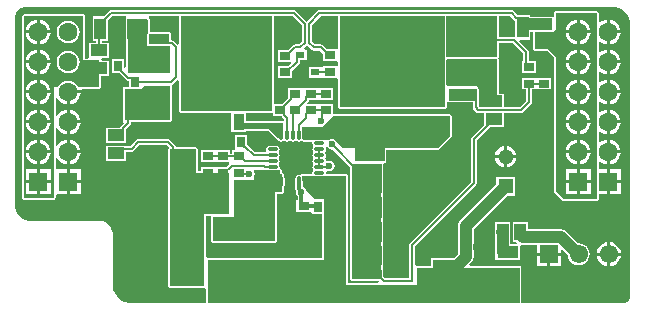
<source format=gtl>
G04*
G04 #@! TF.GenerationSoftware,Altium Limited,Altium Designer,19.0.15 (446)*
G04*
G04 Layer_Physical_Order=1*
G04 Layer_Color=255*
%FSLAX25Y25*%
%MOIN*%
G70*
G01*
G75*
%ADD12C,0.00787*%
%ADD14C,0.00591*%
%ADD15R,0.07087X0.03937*%
%ADD16R,0.10000X0.10512*%
%ADD17R,0.05000X0.03000*%
%ADD18R,0.03268X0.02480*%
G04:AMPARAMS|DCode=19|XSize=125.98mil|YSize=68.9mil|CornerRadius=2.07mil|HoleSize=0mil|Usage=FLASHONLY|Rotation=90.000|XOffset=0mil|YOffset=0mil|HoleType=Round|Shape=RoundedRectangle|*
%AMROUNDEDRECTD19*
21,1,0.12598,0.06476,0,0,90.0*
21,1,0.12185,0.06890,0,0,90.0*
1,1,0.00413,0.03238,0.06093*
1,1,0.00413,0.03238,-0.06093*
1,1,0.00413,-0.03238,-0.06093*
1,1,0.00413,-0.03238,0.06093*
%
%ADD19ROUNDEDRECTD19*%
G04:AMPARAMS|DCode=20|XSize=35.43mil|YSize=68.9mil|CornerRadius=1.95mil|HoleSize=0mil|Usage=FLASHONLY|Rotation=90.000|XOffset=0mil|YOffset=0mil|HoleType=Round|Shape=RoundedRectangle|*
%AMROUNDEDRECTD20*
21,1,0.03543,0.06500,0,0,90.0*
21,1,0.03154,0.06890,0,0,90.0*
1,1,0.00390,0.03250,0.01577*
1,1,0.00390,0.03250,-0.01577*
1,1,0.00390,-0.03250,-0.01577*
1,1,0.00390,-0.03250,0.01577*
%
%ADD20ROUNDEDRECTD20*%
%ADD21R,0.03937X0.07087*%
%ADD22R,0.03543X0.03937*%
%ADD23R,0.02756X0.03543*%
%ADD24R,0.03543X0.02756*%
%ADD25R,0.09449X0.03937*%
%ADD26R,0.09449X0.12992*%
%ADD27R,0.16535X0.05512*%
%ADD28R,0.03740X0.06693*%
%ADD29R,0.06693X0.03740*%
%ADD30R,0.04528X0.05709*%
%ADD31R,0.03740X0.05315*%
%ADD32R,0.10512X0.10000*%
%ADD33R,0.03000X0.05000*%
%ADD34O,0.01102X0.03347*%
%ADD35O,0.03347X0.01102*%
%ADD36R,0.09646X0.09646*%
%ADD37R,0.03150X0.02362*%
%ADD38R,0.05472X0.03898*%
%ADD39R,0.03898X0.05472*%
%ADD71C,0.03937*%
%ADD72C,0.01181*%
%ADD73R,0.06102X0.06102*%
%ADD74C,0.06102*%
%ADD75C,0.06299*%
%ADD76R,0.06299X0.06299*%
%ADD77R,0.05118X0.05118*%
%ADD78C,0.05118*%
%ADD79C,0.02362*%
G36*
X268621Y233936D02*
X268937Y233725D01*
Y232648D01*
X268915Y232480D01*
X268937Y232313D01*
Y228363D01*
X268701Y228169D01*
X263435D01*
Y235217D01*
X267340D01*
X268621Y233936D01*
D02*
G37*
G36*
X303626Y238001D02*
X304515Y237633D01*
X305315Y237098D01*
X305996Y236418D01*
X306530Y235617D01*
X306899Y234728D01*
X307087Y233784D01*
Y233303D01*
Y141732D01*
Y141341D01*
X306787Y140617D01*
X306233Y140064D01*
X305510Y139764D01*
X271050D01*
Y151378D01*
X270863Y151830D01*
X270411Y152017D01*
X253854D01*
X253663Y152479D01*
X254364Y153181D01*
X254775Y153716D01*
X255032Y154338D01*
X255120Y155006D01*
Y164266D01*
X266249Y175394D01*
X268898D01*
Y181693D01*
X262598D01*
Y179044D01*
X250714Y167160D01*
X250304Y166625D01*
X250046Y166003D01*
X249958Y165335D01*
Y156075D01*
X248509Y154626D01*
X240978D01*
Y152017D01*
X236221D01*
X236149Y151988D01*
X235649Y152322D01*
Y158640D01*
X255828Y178818D01*
X256045Y179144D01*
X256122Y179528D01*
Y193856D01*
X260691Y198425D01*
X265138D01*
Y202894D01*
X270827D01*
X271211Y202971D01*
X271536Y203188D01*
X274332Y205983D01*
X274549Y206309D01*
X274626Y206693D01*
Y210827D01*
X275984D01*
Y210827D01*
X276220Y210827D01*
Y210827D01*
X280945D01*
Y214764D01*
X276220D01*
Y214764D01*
X275984Y214764D01*
Y214764D01*
X271260D01*
Y210827D01*
X272619D01*
Y207109D01*
X270411Y204901D01*
X265138D01*
Y209449D01*
X263435D01*
X263435Y221075D01*
X263343Y221296D01*
X263297Y221407D01*
X263435Y221738D01*
Y226162D01*
X268285D01*
X271634Y222813D01*
Y220276D01*
X271260D01*
Y216339D01*
X275984D01*
Y220276D01*
X273641D01*
Y223228D01*
X273565Y223612D01*
X273347Y223938D01*
X270385Y226900D01*
X270576Y227362D01*
X274055D01*
Y229899D01*
X274951D01*
Y224410D01*
X275139Y223957D01*
X275590Y223770D01*
X279544D01*
X281841Y221473D01*
Y176869D01*
X282028Y176417D01*
X284567Y173879D01*
X285019Y173691D01*
X296260D01*
X296712Y173879D01*
X296899Y174331D01*
Y175850D01*
X299500D01*
Y180000D01*
Y184150D01*
X296899D01*
Y186519D01*
X297399Y186765D01*
X297907Y186375D01*
X298917Y185957D01*
X299500Y185880D01*
Y190000D01*
Y194120D01*
X298917Y194043D01*
X297907Y193625D01*
X297399Y193235D01*
X296899Y193481D01*
Y196519D01*
X297399Y196765D01*
X297907Y196375D01*
X298917Y195957D01*
X299500Y195880D01*
Y200000D01*
Y204120D01*
X298917Y204043D01*
X297907Y203625D01*
X297399Y203235D01*
X296899Y203481D01*
Y206519D01*
X297399Y206765D01*
X297907Y206375D01*
X298917Y205957D01*
X299500Y205880D01*
Y210000D01*
Y214120D01*
X298917Y214043D01*
X297907Y213625D01*
X297399Y213235D01*
X296899Y213481D01*
Y216519D01*
X297399Y216765D01*
X297907Y216375D01*
X298917Y215957D01*
X299500Y215880D01*
Y220000D01*
Y224120D01*
X298917Y224043D01*
X297907Y223625D01*
X297399Y223235D01*
X296899Y223481D01*
Y226519D01*
X297399Y226765D01*
X297907Y226375D01*
X298917Y225957D01*
X299500Y225880D01*
Y230000D01*
Y234120D01*
X298917Y234043D01*
X297907Y233625D01*
X297399Y233235D01*
X296899Y233481D01*
Y236221D01*
X296712Y236672D01*
X296260Y236860D01*
X282480D01*
X282028Y236672D01*
X281841Y236221D01*
Y235039D01*
X278900D01*
X278583Y235081D01*
X278433Y235061D01*
X274055D01*
Y235630D01*
X270018D01*
X269921Y235649D01*
X269746D01*
X268465Y236930D01*
X268140Y237148D01*
X267756Y237224D01*
X203741D01*
X203357Y237148D01*
X203031Y236930D01*
X199503Y233402D01*
X195975Y236930D01*
X195650Y237148D01*
X195266Y237224D01*
X134232D01*
X133848Y237148D01*
X133523Y236930D01*
X131849Y235256D01*
X128150D01*
Y226988D01*
X129311D01*
Y226398D01*
X126988D01*
Y221612D01*
X126574Y221112D01*
X125639D01*
Y235236D01*
X125452Y235688D01*
X125000Y235875D01*
X105315D01*
X104863Y235688D01*
X104676Y235236D01*
Y174468D01*
X104863Y174016D01*
X105315Y173829D01*
X114764D01*
X115216Y174016D01*
X115610Y174410D01*
X115797Y174862D01*
Y175373D01*
X116297Y175850D01*
X119500D01*
Y180000D01*
Y184150D01*
X116297D01*
X115850Y184150D01*
X115797Y184627D01*
Y187998D01*
X116297Y188097D01*
X116375Y187907D01*
X117041Y187040D01*
X117907Y186375D01*
X118917Y185957D01*
X119500Y185880D01*
Y190000D01*
Y194120D01*
X118917Y194043D01*
X117907Y193625D01*
X117041Y192959D01*
X116375Y192093D01*
X116297Y191903D01*
X115797Y192002D01*
X115797Y197998D01*
X116297Y198097D01*
X116375Y197907D01*
X117041Y197040D01*
X117907Y196375D01*
X118917Y195957D01*
X119500Y195880D01*
Y200000D01*
Y204120D01*
X118917Y204043D01*
X117907Y203625D01*
X117041Y202959D01*
X116375Y202093D01*
X116297Y201903D01*
X115797Y202002D01*
Y207998D01*
X116297Y208097D01*
X116375Y207907D01*
X117041Y207041D01*
X117907Y206375D01*
X118917Y205957D01*
X119500Y205880D01*
Y210000D01*
X120000D01*
Y210500D01*
X124120D01*
X124107Y210599D01*
X124436Y210975D01*
X130315D01*
X130767Y211162D01*
X130954Y211614D01*
X130954Y215374D01*
X133642D01*
Y220453D01*
X131097D01*
X130862Y220887D01*
X131078Y221319D01*
X133642D01*
Y226398D01*
X131318D01*
Y226988D01*
X133268D01*
Y233837D01*
X134648Y235217D01*
X139173D01*
Y234369D01*
X139125Y234252D01*
Y218248D01*
X138625Y217981D01*
X138583Y218009D01*
Y219805D01*
X138602Y219902D01*
X138583Y219999D01*
Y220886D01*
X137695D01*
X137598Y220905D01*
X137502Y220886D01*
X134646D01*
Y216161D01*
X137163D01*
X139271Y214054D01*
X139596Y213837D01*
X139980Y213760D01*
X140157D01*
Y211722D01*
X138779D01*
X138328Y211535D01*
X138140Y211083D01*
Y200591D01*
X138328Y200139D01*
X138341Y200133D01*
X138459Y199543D01*
X137460Y198544D01*
X137242Y198219D01*
X137205Y198031D01*
X132500D01*
Y192953D01*
X139154D01*
Y196950D01*
X139173Y197047D01*
Y197419D01*
X140670Y198916D01*
X140888Y199242D01*
X140964Y199626D01*
Y199951D01*
X153937D01*
X154389Y200139D01*
X154576Y200591D01*
Y211699D01*
X154528Y211817D01*
Y211944D01*
X154715Y212459D01*
X155040Y212676D01*
X156341Y213977D01*
X156841Y213770D01*
Y203625D01*
X157028Y203173D01*
X157480Y202986D01*
X174311D01*
Y196673D01*
X178151D01*
X178248Y196654D01*
X178345Y196673D01*
X179232D01*
Y197018D01*
X186645D01*
X189509Y194154D01*
X189961Y193967D01*
X190038D01*
X190161Y193783D01*
X190539Y193531D01*
X190984Y193442D01*
X191430Y193531D01*
X191614Y193654D01*
X191969Y193743D01*
X192323Y193654D01*
X192507Y193531D01*
X192953Y193442D01*
X193398Y193531D01*
X193776Y193783D01*
X194098D01*
X194476Y193531D01*
X194921Y193442D01*
X195367Y193531D01*
X195551Y193654D01*
X195905Y193743D01*
X196260Y193654D01*
X196444Y193531D01*
X196890Y193442D01*
X197335Y193531D01*
X197342Y193535D01*
X197373Y193554D01*
X197868Y193642D01*
X197975Y193598D01*
X198117Y193498D01*
X198136Y193482D01*
X198231Y193492D01*
X198320Y193455D01*
X198793D01*
X198858Y193442D01*
X198924Y193455D01*
X200761D01*
X200827Y193442D01*
X200892Y193455D01*
X201019D01*
X201411Y192955D01*
X201395Y192874D01*
X201484Y192429D01*
X201607Y192244D01*
X201696Y191890D01*
X201607Y191536D01*
X201484Y191351D01*
X201395Y190905D01*
X201484Y190460D01*
X201736Y190082D01*
Y189760D01*
X201484Y189383D01*
X201395Y188937D01*
X201484Y188491D01*
X201607Y188307D01*
X201696Y187953D01*
X201607Y187599D01*
X201484Y187414D01*
X201395Y186969D01*
X201484Y186523D01*
X201736Y186145D01*
Y185823D01*
X201484Y185445D01*
X201395Y185000D01*
X201484Y184555D01*
X201607Y184370D01*
X201696Y184016D01*
X201607Y183662D01*
X201484Y183477D01*
X201395Y183031D01*
X201109Y182683D01*
X198031D01*
X197580Y182496D01*
X197557Y182442D01*
X197335Y182375D01*
X196890Y182463D01*
X196444Y182375D01*
X196067Y182122D01*
X195814Y181745D01*
X195726Y181299D01*
Y180379D01*
X195686Y180177D01*
X195725Y179979D01*
Y177480D01*
X195725Y177480D01*
X195817Y177020D01*
X195866Y176945D01*
X195831Y176772D01*
X195969Y176080D01*
X196361Y175494D01*
X196434Y175446D01*
Y173937D01*
X196063D01*
Y170000D01*
X200787D01*
X201181Y169743D01*
Y169291D01*
X204672D01*
Y169291D01*
X204724D01*
Y156299D01*
X204672D01*
X204610Y156150D01*
X204527Y156068D01*
X204527Y155941D01*
X204479Y155823D01*
Y154675D01*
X166684D01*
X166494Y154596D01*
X165993Y154903D01*
Y168740D01*
X167456D01*
X167734Y168324D01*
X167727Y168307D01*
Y160433D01*
X167914Y159981D01*
X168366Y159794D01*
X188976D01*
X189428Y159981D01*
X189616Y160433D01*
Y176132D01*
X191245D01*
X191697Y176320D01*
X191884Y176772D01*
Y178220D01*
Y178347D01*
X192060Y178610D01*
X192148Y179055D01*
Y181299D01*
X192060Y181745D01*
X191884Y182007D01*
Y182134D01*
Y182539D01*
X191697Y182991D01*
X191245Y183179D01*
X191131D01*
Y183849D01*
X191044Y184059D01*
X190970Y184274D01*
X190952Y184282D01*
X190944Y184301D01*
X190734Y184388D01*
X190530Y184487D01*
X190415Y184995D01*
X190416Y185000D01*
X190328Y185445D01*
X190075Y185823D01*
Y186145D01*
X190328Y186523D01*
X190416Y186969D01*
X190328Y187414D01*
X190204Y187599D01*
X190115Y187953D01*
X190204Y188307D01*
X190328Y188491D01*
X190416Y188937D01*
X190328Y189383D01*
X190075Y189760D01*
Y190082D01*
X190328Y190460D01*
X190416Y190905D01*
X190328Y191351D01*
X190075Y191729D01*
X189698Y191981D01*
X189252Y192070D01*
X187008D01*
X186562Y191981D01*
X186185Y191729D01*
X185932Y191351D01*
X185844Y190905D01*
X185932Y190460D01*
X186012Y190340D01*
X185745Y189840D01*
X182225D01*
X179674Y192391D01*
X179528Y192489D01*
Y195591D01*
X175591D01*
Y190866D01*
X175334Y190472D01*
X174606D01*
Y189407D01*
X174016D01*
Y190472D01*
X169291D01*
Y190472D01*
X168898Y190472D01*
Y190472D01*
X164173D01*
Y186535D01*
X168898D01*
Y186535D01*
X169291Y186535D01*
Y186535D01*
X173505D01*
X173662Y186157D01*
X173671Y186035D01*
X172597Y184961D01*
X169291D01*
Y184961D01*
X168898Y184961D01*
Y184961D01*
X168791Y184961D01*
X164173D01*
Y184006D01*
X163818Y183654D01*
X163238Y183659D01*
X163238Y190945D01*
X163050Y191397D01*
X162598Y191584D01*
X155826D01*
Y191634D01*
X155750Y192018D01*
X155532Y192343D01*
X153859Y194017D01*
X153534Y194234D01*
X153150Y194311D01*
X143307D01*
X142923Y194234D01*
X142597Y194017D01*
X140687Y192106D01*
X137382D01*
X137285Y192087D01*
X132500D01*
Y187008D01*
X139154D01*
Y190099D01*
X141102D01*
X141486Y190175D01*
X141812Y190393D01*
X143723Y192304D01*
X152734D01*
X153511Y191527D01*
X153485Y191397D01*
X153298Y190945D01*
Y145276D01*
X153485Y144824D01*
X153937Y144636D01*
X165354D01*
X165544Y144715D01*
X166044Y144408D01*
Y139764D01*
X140166D01*
X139025Y139991D01*
X137951Y140436D01*
X136984Y141082D01*
X136161Y141905D01*
X135515Y142872D01*
X135070Y143947D01*
X134843Y145088D01*
Y145669D01*
Y162402D01*
X134820Y162863D01*
X134640Y163769D01*
X134286Y164621D01*
X133774Y165389D01*
X133121Y166042D01*
X132353Y166555D01*
X131500Y166908D01*
X130595Y167088D01*
X130133Y167111D01*
X106799D01*
X105848Y167300D01*
X104952Y167671D01*
X104146Y168210D01*
X103461Y168895D01*
X102922Y169701D01*
X102551Y170597D01*
X102362Y171547D01*
Y172032D01*
Y235236D01*
Y235527D01*
X102476Y236098D01*
X102698Y236635D01*
X103021Y237119D01*
X103433Y237530D01*
X103916Y237853D01*
X104454Y238075D01*
X105024Y238189D01*
X302682D01*
X303626Y238001D01*
D02*
G37*
G36*
X156841Y225994D02*
X156341Y225787D01*
X155218Y226910D01*
X154892Y227128D01*
X154508Y227204D01*
X154346D01*
Y229155D01*
X154285Y229462D01*
X154112Y229722D01*
X153852Y229895D01*
X153545Y229956D01*
X147293D01*
Y233944D01*
X147106Y234396D01*
X146784Y234717D01*
X146805Y234900D01*
X146938Y235217D01*
X156841D01*
Y225994D01*
D02*
G37*
G36*
X209991Y224368D02*
X209584Y224142D01*
X206279D01*
X204908Y225513D01*
X204583Y225730D01*
X204199Y225807D01*
X202255D01*
X201200Y226861D01*
Y232261D01*
X204156Y235217D01*
X209991D01*
Y224368D01*
D02*
G37*
G36*
X262795Y221738D02*
X246063D01*
Y235217D01*
X262795D01*
Y221738D01*
D02*
G37*
G36*
X197815Y232252D02*
Y226660D01*
X196962Y225807D01*
X195473D01*
X195088Y225730D01*
X194763Y225513D01*
X193266Y224016D01*
X189961D01*
Y220079D01*
X194133D01*
X194341Y219579D01*
X193266Y218504D01*
X189961D01*
Y214567D01*
X194685D01*
Y217085D01*
X196906Y219306D01*
X197124Y219631D01*
X197200Y220015D01*
Y220500D01*
X199543D01*
Y224043D01*
X198744D01*
X198537Y224543D01*
X199529Y225535D01*
X199674Y225549D01*
X201130Y224094D01*
X201455Y223876D01*
X201839Y223800D01*
X203783D01*
X204860Y222723D01*
Y220205D01*
X209584D01*
X209991Y219979D01*
Y218856D01*
X209584Y218630D01*
X209491Y218630D01*
X204860D01*
Y218630D01*
X204567Y218335D01*
X200236D01*
Y214791D01*
X204567D01*
X204567Y214791D01*
X204860Y214693D01*
Y214693D01*
X205026Y214693D01*
X209491D01*
X209584Y214693D01*
X209991Y214467D01*
Y204882D01*
X210178Y204430D01*
X210630Y204243D01*
X245472D01*
X245924Y204430D01*
X246112Y204882D01*
Y206496D01*
X254745D01*
Y204882D01*
X254821Y204498D01*
X255038Y204172D01*
X256023Y203188D01*
X256348Y202971D01*
X256732Y202894D01*
X258484D01*
Y199057D01*
X254409Y194981D01*
X254191Y194656D01*
X254115Y194272D01*
Y179943D01*
X233936Y159765D01*
X233718Y159439D01*
X233642Y159055D01*
Y147854D01*
X225612D01*
X225049Y148418D01*
Y150686D01*
X224977Y150858D01*
X224941Y151041D01*
X224918Y151076D01*
X224830Y151518D01*
X224918Y151960D01*
X224941Y151995D01*
X224977Y152178D01*
X225049Y152350D01*
Y158656D01*
X225010Y158749D01*
X225021Y158803D01*
X224908Y159370D01*
X225021Y159937D01*
X225010Y159991D01*
X225049Y160084D01*
Y166609D01*
X225010Y166701D01*
X225021Y166756D01*
X224908Y167323D01*
X225021Y167889D01*
X225010Y167944D01*
X225049Y168037D01*
Y174820D01*
X224977Y174992D01*
X224941Y175175D01*
X224918Y175210D01*
X224830Y175652D01*
X224918Y176093D01*
X224941Y176128D01*
X224977Y176311D01*
X225049Y176484D01*
Y185827D01*
X225021Y185894D01*
X225355Y186394D01*
X226063D01*
Y190699D01*
X243307Y190699D01*
X243759Y190887D01*
X247696Y194824D01*
X247883Y195276D01*
Y201969D01*
X247696Y202420D01*
X247244Y202608D01*
X208268D01*
Y205827D01*
X203543D01*
Y205827D01*
X203150D01*
Y205827D01*
X199883D01*
X199692Y206289D01*
X199950Y206546D01*
X200146Y206839D01*
X200214Y207185D01*
Y207402D01*
X203150D01*
Y207402D01*
X203543D01*
Y207402D01*
X208268D01*
Y211339D01*
X203543D01*
Y211339D01*
X203150D01*
Y211339D01*
X198499D01*
X198032Y211417D01*
X198031Y211417D01*
Y211417D01*
X193307D01*
Y208453D01*
X193290Y208366D01*
Y207874D01*
X191389Y205973D01*
X191291Y205827D01*
X188709D01*
Y235217D01*
X194850D01*
X197815Y232252D01*
D02*
G37*
G36*
X146653Y233944D02*
Y229838D01*
X146479Y229722D01*
X146305Y229462D01*
X146245Y229155D01*
Y226002D01*
X146305Y225695D01*
X146479Y225436D01*
X146739Y225262D01*
X147045Y225201D01*
X151654D01*
X151673Y225197D01*
X153937D01*
Y216356D01*
X139943D01*
X139764Y216535D01*
Y234252D01*
X146240D01*
X146293Y234305D01*
X146653Y233944D01*
D02*
G37*
G36*
X125000Y220472D02*
X130315Y220472D01*
X130315Y211614D01*
X123380D01*
X123267Y211886D01*
X122668Y212667D01*
X121886Y213267D01*
X120976Y213644D01*
X120000Y213772D01*
X119024Y213644D01*
X118114Y213267D01*
X117332Y212667D01*
X116733Y211886D01*
X116620Y211614D01*
X115157D01*
X115157Y174862D01*
X114764Y174468D01*
X105315D01*
Y235236D01*
X125000D01*
Y220472D01*
D02*
G37*
G36*
X153937Y211699D02*
Y200591D01*
X138779D01*
Y211083D01*
X140157D01*
Y211024D01*
X144095D01*
Y211083D01*
X144154D01*
X145164Y212093D01*
X153774D01*
X153937Y211699D01*
D02*
G37*
G36*
X262795Y221075D02*
X262795Y204941D01*
X257108D01*
X257067Y204982D01*
Y211083D01*
X256732Y211418D01*
Y211614D01*
X256536D01*
X256058Y212093D01*
X246569D01*
X246063Y212598D01*
Y220737D01*
X246417Y221090D01*
X262795Y221075D01*
D02*
G37*
G36*
X245424Y221738D02*
X245472Y221621D01*
Y220854D01*
X245424Y220737D01*
X245424Y220737D01*
X245424Y220737D01*
Y212598D01*
X245472Y212481D01*
Y204882D01*
X210630D01*
Y235217D01*
X245424D01*
Y221738D01*
D02*
G37*
G36*
X188070Y203625D02*
X157480D01*
Y235217D01*
X188070D01*
Y203625D01*
D02*
G37*
G36*
X188189Y202906D02*
Y201890D01*
X191291D01*
X191389Y201743D01*
X192050Y201083D01*
Y200583D01*
X191550Y200249D01*
X191509Y200265D01*
X179232D01*
Y202986D01*
X188070D01*
X188189Y202906D01*
D02*
G37*
G36*
X191509Y194658D02*
X191458Y194606D01*
X189961D01*
X186909Y197658D01*
X176181D01*
Y199626D01*
X191509D01*
Y194658D01*
D02*
G37*
G36*
X247244Y195276D02*
X243307Y191339D01*
X211417Y191339D01*
X209539Y193217D01*
X209151Y193797D01*
X208565Y194189D01*
X207874Y194326D01*
X207183Y194189D01*
X207042Y194095D01*
X198320D01*
X198052Y194595D01*
X198054Y194606D01*
Y196850D01*
X198031Y196963D01*
Y198425D01*
X204724D01*
X205028Y198729D01*
X205608Y199116D01*
X205995Y199696D01*
X208189Y201890D01*
X208268D01*
Y201969D01*
X247244D01*
Y195276D01*
D02*
G37*
G36*
X206413Y191517D02*
X206597Y191242D01*
X207183Y190851D01*
X207874Y190713D01*
X208197Y190778D01*
X213928Y185047D01*
Y147638D01*
X214115Y147186D01*
X214567Y146999D01*
X223432Y146999D01*
X223577Y146809D01*
X223329Y146309D01*
X213238D01*
Y154035D01*
Y182044D01*
X213050Y182496D01*
X212598Y182683D01*
X206253D01*
X205967Y183031D01*
X205896Y183388D01*
X206111Y183610D01*
X206302Y183718D01*
X206351Y183686D01*
X207042Y183548D01*
X207733Y183686D01*
X208319Y184077D01*
X208711Y184663D01*
X208848Y185354D01*
X208711Y186046D01*
X208319Y186632D01*
X207733Y187023D01*
X207042Y187161D01*
X206453Y187044D01*
X206192Y187128D01*
X205897Y187321D01*
X205879Y187414D01*
X205755Y187599D01*
X205667Y187953D01*
X205755Y188307D01*
X205879Y188491D01*
X205967Y188937D01*
X205879Y189383D01*
X205626Y189760D01*
Y190082D01*
X205879Y190460D01*
X205967Y190905D01*
X205879Y191351D01*
X205755Y191536D01*
X205752Y191549D01*
X205783Y191581D01*
X206413Y191517D01*
D02*
G37*
G36*
X296260Y230245D02*
X296228Y230000D01*
X296260Y229755D01*
Y220245D01*
X296228Y220000D01*
X296260Y219755D01*
Y210245D01*
X296228Y210000D01*
X296260Y209755D01*
Y200245D01*
X296228Y200000D01*
X296260Y199755D01*
Y190245D01*
X296228Y190000D01*
X296260Y189755D01*
Y174331D01*
X285019D01*
X282480Y176869D01*
Y221738D01*
X279809Y224410D01*
X275590D01*
Y229899D01*
X278563D01*
X279030Y229961D01*
X281909D01*
Y230413D01*
X282480Y230984D01*
Y236221D01*
X296260D01*
Y230245D01*
D02*
G37*
G36*
X186562Y183924D02*
X187008Y183836D01*
X189252D01*
X189587Y183903D01*
X190492Y183849D01*
Y182539D01*
X191245D01*
Y182007D01*
X191316Y181835D01*
X191353Y181652D01*
X191458Y181495D01*
X191509Y181236D01*
Y179118D01*
X191458Y178859D01*
X191353Y178702D01*
X191316Y178519D01*
X191245Y178347D01*
Y176772D01*
X188976D01*
Y160433D01*
X168366D01*
Y168307D01*
X175197D01*
Y180629D01*
X181850D01*
Y181786D01*
X181984Y181986D01*
X182121Y182677D01*
X181984Y183368D01*
X181859Y183555D01*
X181953Y184055D01*
X186367D01*
X186562Y183924D01*
D02*
G37*
G36*
X224409Y176484D02*
X224315Y176343D01*
X224178Y175652D01*
X224315Y174960D01*
X224409Y174820D01*
Y168037D01*
X224394Y168014D01*
X224257Y167323D01*
X224394Y166632D01*
X224409Y166609D01*
Y160084D01*
X224394Y160061D01*
X224257Y159370D01*
X224394Y158679D01*
X224409Y158656D01*
Y152350D01*
X224315Y152209D01*
X224178Y151518D01*
X224315Y150827D01*
X224409Y150686D01*
Y147638D01*
X214567Y147638D01*
Y185827D01*
X224409D01*
Y176484D01*
D02*
G37*
G36*
X162598Y183025D02*
X173622Y182933D01*
Y169606D01*
X165354D01*
Y145276D01*
X153937D01*
Y190945D01*
X162598D01*
X162598Y183025D01*
D02*
G37*
G36*
X201982Y182044D02*
X202114Y181956D01*
X202559Y181867D01*
X204803D01*
X205249Y181956D01*
X205380Y182044D01*
X212598D01*
Y154035D01*
D01*
Y145669D01*
X236221D01*
Y151378D01*
X270411D01*
Y139764D01*
X166684D01*
Y154035D01*
X205118D01*
Y155823D01*
X205176Y155847D01*
X205364Y156299D01*
Y169291D01*
X205176Y169743D01*
X205118Y169767D01*
Y173909D01*
X205118Y174016D01*
X205118Y174016D01*
X205118Y174409D01*
X204876D01*
X204868Y174409D01*
X202216D01*
X199342Y177283D01*
X199307Y177463D01*
X198915Y178049D01*
X198329Y178440D01*
X198150Y178476D01*
X198133Y178492D01*
Y180138D01*
X198133Y180138D01*
X198054Y180537D01*
Y181299D01*
X198031Y181412D01*
Y182044D01*
X201982D01*
D02*
G37*
%LPC*%
G36*
X300500Y234120D02*
Y230500D01*
X304120D01*
X304043Y231083D01*
X303625Y232093D01*
X302959Y232960D01*
X302093Y233625D01*
X301083Y234043D01*
X300500Y234120D01*
D02*
G37*
G36*
X304120Y229500D02*
X300500D01*
Y225880D01*
X301083Y225957D01*
X302093Y226375D01*
X302959Y227041D01*
X303625Y227907D01*
X304043Y228917D01*
X304120Y229500D01*
D02*
G37*
G36*
X300500Y224120D02*
Y220500D01*
X304120D01*
X304043Y221083D01*
X303625Y222093D01*
X302959Y222959D01*
X302093Y223625D01*
X301083Y224043D01*
X300500Y224120D01*
D02*
G37*
G36*
X304120Y219500D02*
X300500D01*
Y215880D01*
X301083Y215957D01*
X302093Y216375D01*
X302959Y217040D01*
X303625Y217907D01*
X304043Y218917D01*
X304120Y219500D01*
D02*
G37*
G36*
X300500Y214120D02*
Y210500D01*
X304120D01*
X304043Y211083D01*
X303625Y212093D01*
X302959Y212960D01*
X302093Y213625D01*
X301083Y214043D01*
X300500Y214120D01*
D02*
G37*
G36*
X304120Y209500D02*
X300500D01*
Y205880D01*
X301083Y205957D01*
X302093Y206375D01*
X302959Y207041D01*
X303625Y207907D01*
X304043Y208917D01*
X304120Y209500D01*
D02*
G37*
G36*
X124120D02*
X120500D01*
Y205880D01*
X121083Y205957D01*
X122093Y206375D01*
X122959Y207041D01*
X123625Y207907D01*
X124043Y208917D01*
X124120Y209500D01*
D02*
G37*
G36*
X300500Y204120D02*
Y200500D01*
X304120D01*
X304043Y201083D01*
X303625Y202093D01*
X302959Y202959D01*
X302093Y203625D01*
X301083Y204043D01*
X300500Y204120D01*
D02*
G37*
G36*
X120500D02*
Y200500D01*
X124120D01*
X124043Y201083D01*
X123625Y202093D01*
X122959Y202959D01*
X122093Y203625D01*
X121083Y204043D01*
X120500Y204120D01*
D02*
G37*
G36*
X304120Y199500D02*
X300500D01*
Y195880D01*
X301083Y195957D01*
X302093Y196375D01*
X302959Y197040D01*
X303625Y197907D01*
X304043Y198917D01*
X304120Y199500D01*
D02*
G37*
G36*
X124120D02*
X120500D01*
Y195880D01*
X121083Y195957D01*
X122093Y196375D01*
X122959Y197040D01*
X123625Y197907D01*
X124043Y198917D01*
X124120Y199500D01*
D02*
G37*
G36*
X300500Y194120D02*
Y190500D01*
X304120D01*
X304043Y191083D01*
X303625Y192093D01*
X302959Y192959D01*
X302093Y193625D01*
X301083Y194043D01*
X300500Y194120D01*
D02*
G37*
G36*
X120500D02*
Y190500D01*
X124120D01*
X124043Y191083D01*
X123625Y192093D01*
X122959Y192959D01*
X122093Y193625D01*
X121083Y194043D01*
X120500Y194120D01*
D02*
G37*
G36*
X266248Y191910D02*
Y188886D01*
X269272D01*
X269215Y189315D01*
X268857Y190181D01*
X268286Y190924D01*
X267543Y191495D01*
X266677Y191853D01*
X266248Y191910D01*
D02*
G37*
G36*
X265248D02*
X264819Y191853D01*
X263953Y191495D01*
X263210Y190924D01*
X262639Y190181D01*
X262281Y189315D01*
X262224Y188886D01*
X265248D01*
Y191910D01*
D02*
G37*
G36*
X304120Y189500D02*
X300500D01*
Y185880D01*
X301083Y185957D01*
X302093Y186375D01*
X302959Y187040D01*
X303625Y187907D01*
X304043Y188917D01*
X304120Y189500D01*
D02*
G37*
G36*
X124120D02*
X120500D01*
Y185880D01*
X121083Y185957D01*
X122093Y186375D01*
X122959Y187040D01*
X123625Y187907D01*
X124043Y188917D01*
X124120Y189500D01*
D02*
G37*
G36*
X269272Y187886D02*
X266248D01*
Y184862D01*
X266677Y184918D01*
X267543Y185277D01*
X268286Y185847D01*
X268857Y186591D01*
X269215Y187457D01*
X269272Y187886D01*
D02*
G37*
G36*
X265248D02*
X262224D01*
X262281Y187457D01*
X262639Y186591D01*
X263210Y185847D01*
X263953Y185277D01*
X264819Y184918D01*
X265248Y184862D01*
Y187886D01*
D02*
G37*
G36*
X304150Y184150D02*
X300500D01*
Y180500D01*
X304150D01*
Y184150D01*
D02*
G37*
G36*
X120500D02*
Y180500D01*
X124150D01*
Y184150D01*
X120500D01*
D02*
G37*
G36*
X304150Y179500D02*
X300500D01*
Y175850D01*
X304150D01*
Y179500D01*
D02*
G37*
G36*
X124150D02*
X120500D01*
Y175850D01*
X124150D01*
Y179500D01*
D02*
G37*
G36*
X273228Y166614D02*
X268150D01*
Y163605D01*
X268108Y163287D01*
Y162539D01*
X268150Y162222D01*
Y159961D01*
X269406D01*
X269572Y159752D01*
X269332Y159252D01*
X267345D01*
Y163268D01*
X267284Y163734D01*
Y166614D01*
X262205D01*
Y163794D01*
X262143Y163327D01*
X262183Y163028D01*
Y156890D01*
X262271Y156222D01*
X262402Y155905D01*
Y154134D01*
X264793D01*
X264961Y154112D01*
X266535D01*
X266703Y154134D01*
X270669D01*
Y158694D01*
X270731Y158790D01*
X271169Y159092D01*
X271614Y159033D01*
X276106D01*
Y156405D01*
X284209D01*
Y157272D01*
X284671Y157464D01*
X286523Y155611D01*
X286610Y154955D01*
X286976Y154069D01*
X287560Y153308D01*
X288321Y152725D01*
X289207Y152357D01*
X290158Y152232D01*
X291108Y152357D01*
X291994Y152725D01*
X292755Y153308D01*
X293338Y154069D01*
X293706Y154955D01*
X293831Y155905D01*
X293706Y156856D01*
X293338Y157742D01*
X292755Y158503D01*
X291994Y159087D01*
X291108Y159453D01*
X290158Y159579D01*
X289891Y159544D01*
X285995Y163439D01*
X285461Y163849D01*
X284838Y164107D01*
X284170Y164195D01*
X273228D01*
Y166614D01*
D02*
G37*
G36*
X300658Y159926D02*
Y156405D01*
X304178D01*
X304104Y156963D01*
X303696Y157949D01*
X303047Y158795D01*
X302201Y159444D01*
X301215Y159852D01*
X300658Y159926D01*
D02*
G37*
G36*
X299658D02*
X299100Y159852D01*
X298114Y159444D01*
X297268Y158795D01*
X296619Y157949D01*
X296211Y156963D01*
X296137Y156405D01*
X299658D01*
Y159926D01*
D02*
G37*
G36*
X304178Y155405D02*
X300658D01*
Y151885D01*
X301215Y151959D01*
X302201Y152367D01*
X303047Y153016D01*
X303696Y153862D01*
X304104Y154848D01*
X304178Y155405D01*
D02*
G37*
G36*
X299658D02*
X296137D01*
X296211Y154848D01*
X296619Y153862D01*
X297268Y153016D01*
X298114Y152367D01*
X299100Y151959D01*
X299658Y151885D01*
Y155405D01*
D02*
G37*
G36*
X284209D02*
X280658D01*
Y151854D01*
X284209D01*
Y155405D01*
D02*
G37*
G36*
X279658D02*
X276106D01*
Y151854D01*
X279658D01*
Y155405D01*
D02*
G37*
G36*
X110500Y234120D02*
Y230500D01*
X114120D01*
X114043Y231083D01*
X113625Y232093D01*
X112960Y232960D01*
X112093Y233625D01*
X111083Y234043D01*
X110500Y234120D01*
D02*
G37*
G36*
X109500D02*
X108917Y234043D01*
X107907Y233625D01*
X107041Y232960D01*
X106375Y232093D01*
X105957Y231083D01*
X105880Y230500D01*
X109500D01*
Y234120D01*
D02*
G37*
G36*
X120000Y233772D02*
X119024Y233644D01*
X118114Y233267D01*
X117332Y232667D01*
X116733Y231886D01*
X116356Y230976D01*
X116228Y230000D01*
X116356Y229024D01*
X116733Y228114D01*
X117332Y227332D01*
X118114Y226733D01*
X119024Y226356D01*
X120000Y226228D01*
X120976Y226356D01*
X121886Y226733D01*
X122668Y227332D01*
X123267Y228114D01*
X123644Y229024D01*
X123772Y230000D01*
X123644Y230976D01*
X123267Y231886D01*
X122668Y232667D01*
X121886Y233267D01*
X120976Y233644D01*
X120000Y233772D01*
D02*
G37*
G36*
X114120Y229500D02*
X110500D01*
Y225880D01*
X111083Y225957D01*
X112093Y226375D01*
X112960Y227041D01*
X113625Y227907D01*
X114043Y228917D01*
X114120Y229500D01*
D02*
G37*
G36*
X109500D02*
X105880D01*
X105957Y228917D01*
X106375Y227907D01*
X107041Y227041D01*
X107907Y226375D01*
X108917Y225957D01*
X109500Y225880D01*
Y229500D01*
D02*
G37*
G36*
X110500Y224120D02*
Y220500D01*
X114120D01*
X114043Y221083D01*
X113625Y222093D01*
X112960Y222959D01*
X112093Y223625D01*
X111083Y224043D01*
X110500Y224120D01*
D02*
G37*
G36*
X109500D02*
X108917Y224043D01*
X107907Y223625D01*
X107041Y222959D01*
X106375Y222093D01*
X105957Y221083D01*
X105880Y220500D01*
X109500D01*
Y224120D01*
D02*
G37*
G36*
X120000Y223772D02*
X119024Y223644D01*
X118114Y223267D01*
X117332Y222668D01*
X116733Y221886D01*
X116356Y220976D01*
X116228Y220000D01*
X116356Y219024D01*
X116733Y218114D01*
X117332Y217333D01*
X118114Y216733D01*
X119024Y216356D01*
X120000Y216228D01*
X120976Y216356D01*
X121886Y216733D01*
X122668Y217333D01*
X123267Y218114D01*
X123644Y219024D01*
X123772Y220000D01*
X123644Y220976D01*
X123267Y221886D01*
X122668Y222668D01*
X121886Y223267D01*
X120976Y223644D01*
X120000Y223772D01*
D02*
G37*
G36*
X114120Y219500D02*
X110500D01*
Y215880D01*
X111083Y215957D01*
X112093Y216375D01*
X112960Y217040D01*
X113625Y217907D01*
X114043Y218917D01*
X114120Y219500D01*
D02*
G37*
G36*
X109500D02*
X105880D01*
X105957Y218917D01*
X106375Y217907D01*
X107041Y217040D01*
X107907Y216375D01*
X108917Y215957D01*
X109500Y215880D01*
Y219500D01*
D02*
G37*
G36*
X110500Y214120D02*
Y210500D01*
X114120D01*
X114043Y211083D01*
X113625Y212093D01*
X112960Y212960D01*
X112093Y213625D01*
X111083Y214043D01*
X110500Y214120D01*
D02*
G37*
G36*
X109500D02*
X108917Y214043D01*
X107907Y213625D01*
X107041Y212960D01*
X106375Y212093D01*
X105957Y211083D01*
X105880Y210500D01*
X109500D01*
Y214120D01*
D02*
G37*
G36*
X114120Y209500D02*
X110500D01*
Y205880D01*
X111083Y205957D01*
X112093Y206375D01*
X112960Y207041D01*
X113625Y207907D01*
X114043Y208917D01*
X114120Y209500D01*
D02*
G37*
G36*
X109500D02*
X105880D01*
X105957Y208917D01*
X106375Y207907D01*
X107041Y207041D01*
X107907Y206375D01*
X108917Y205957D01*
X109500Y205880D01*
Y209500D01*
D02*
G37*
G36*
X110500Y204120D02*
Y200500D01*
X114120D01*
X114043Y201083D01*
X113625Y202093D01*
X112960Y202959D01*
X112093Y203625D01*
X111083Y204043D01*
X110500Y204120D01*
D02*
G37*
G36*
X109500D02*
X108917Y204043D01*
X107907Y203625D01*
X107041Y202959D01*
X106375Y202093D01*
X105957Y201083D01*
X105880Y200500D01*
X109500D01*
Y204120D01*
D02*
G37*
G36*
X114120Y199500D02*
X110500D01*
Y195880D01*
X111083Y195957D01*
X112093Y196375D01*
X112960Y197040D01*
X113625Y197907D01*
X114043Y198917D01*
X114120Y199500D01*
D02*
G37*
G36*
X109500D02*
X105880D01*
X105957Y198917D01*
X106375Y197907D01*
X107041Y197040D01*
X107907Y196375D01*
X108917Y195957D01*
X109500Y195880D01*
Y199500D01*
D02*
G37*
G36*
X110500Y194120D02*
Y190500D01*
X114120D01*
X114043Y191083D01*
X113625Y192093D01*
X112960Y192959D01*
X112093Y193625D01*
X111083Y194043D01*
X110500Y194120D01*
D02*
G37*
G36*
X109500D02*
X108917Y194043D01*
X107907Y193625D01*
X107041Y192959D01*
X106375Y192093D01*
X105957Y191083D01*
X105880Y190500D01*
X109500D01*
Y194120D01*
D02*
G37*
G36*
X114120Y189500D02*
X110500D01*
Y185880D01*
X111083Y185957D01*
X112093Y186375D01*
X112960Y187040D01*
X113625Y187907D01*
X114043Y188917D01*
X114120Y189500D01*
D02*
G37*
G36*
X109500D02*
X105880D01*
X105957Y188917D01*
X106375Y187907D01*
X107041Y187040D01*
X107907Y186375D01*
X108917Y185957D01*
X109500Y185880D01*
Y189500D01*
D02*
G37*
G36*
X114150Y184150D02*
X110500D01*
Y180500D01*
X114150D01*
Y184150D01*
D02*
G37*
G36*
X109500D02*
X105850D01*
Y180500D01*
X109500D01*
Y184150D01*
D02*
G37*
G36*
X114150Y179500D02*
X110500D01*
Y175850D01*
X114150D01*
Y179500D01*
D02*
G37*
G36*
X109500D02*
X105850D01*
Y175850D01*
X109500D01*
Y179500D01*
D02*
G37*
G36*
X290500Y234120D02*
Y230500D01*
X294120D01*
X294043Y231083D01*
X293625Y232093D01*
X292959Y232960D01*
X292093Y233625D01*
X291083Y234043D01*
X290500Y234120D01*
D02*
G37*
G36*
X289500D02*
X288917Y234043D01*
X287907Y233625D01*
X287040Y232960D01*
X286375Y232093D01*
X285957Y231083D01*
X285880Y230500D01*
X289500D01*
Y234120D01*
D02*
G37*
G36*
X294120Y229500D02*
X290500D01*
Y225880D01*
X291083Y225957D01*
X292093Y226375D01*
X292959Y227041D01*
X293625Y227907D01*
X294043Y228917D01*
X294120Y229500D01*
D02*
G37*
G36*
X289500D02*
X285880D01*
X285957Y228917D01*
X286375Y227907D01*
X287040Y227041D01*
X287907Y226375D01*
X288917Y225957D01*
X289500Y225880D01*
Y229500D01*
D02*
G37*
G36*
X290500Y224120D02*
Y220500D01*
X294120D01*
X294043Y221083D01*
X293625Y222093D01*
X292959Y222959D01*
X292093Y223625D01*
X291083Y224043D01*
X290500Y224120D01*
D02*
G37*
G36*
X289500D02*
X288917Y224043D01*
X287907Y223625D01*
X287040Y222959D01*
X286375Y222093D01*
X285957Y221083D01*
X285880Y220500D01*
X289500D01*
Y224120D01*
D02*
G37*
G36*
X294120Y219500D02*
X290500D01*
Y215880D01*
X291083Y215957D01*
X292093Y216375D01*
X292959Y217040D01*
X293625Y217907D01*
X294043Y218917D01*
X294120Y219500D01*
D02*
G37*
G36*
X289500D02*
X285880D01*
X285957Y218917D01*
X286375Y217907D01*
X287040Y217040D01*
X287907Y216375D01*
X288917Y215957D01*
X289500Y215880D01*
Y219500D01*
D02*
G37*
G36*
X290500Y214120D02*
Y210500D01*
X294120D01*
X294043Y211083D01*
X293625Y212093D01*
X292959Y212960D01*
X292093Y213625D01*
X291083Y214043D01*
X290500Y214120D01*
D02*
G37*
G36*
X289500D02*
X288917Y214043D01*
X287907Y213625D01*
X287040Y212960D01*
X286375Y212093D01*
X285957Y211083D01*
X285880Y210500D01*
X289500D01*
Y214120D01*
D02*
G37*
G36*
X294120Y209500D02*
X290500D01*
Y205880D01*
X291083Y205957D01*
X292093Y206375D01*
X292959Y207041D01*
X293625Y207907D01*
X294043Y208917D01*
X294120Y209500D01*
D02*
G37*
G36*
X289500D02*
X285880D01*
X285957Y208917D01*
X286375Y207907D01*
X287040Y207041D01*
X287907Y206375D01*
X288917Y205957D01*
X289500Y205880D01*
Y209500D01*
D02*
G37*
G36*
X290500Y204120D02*
Y200500D01*
X294120D01*
X294043Y201083D01*
X293625Y202093D01*
X292959Y202959D01*
X292093Y203625D01*
X291083Y204043D01*
X290500Y204120D01*
D02*
G37*
G36*
X289500D02*
X288917Y204043D01*
X287907Y203625D01*
X287040Y202959D01*
X286375Y202093D01*
X285957Y201083D01*
X285880Y200500D01*
X289500D01*
Y204120D01*
D02*
G37*
G36*
X294120Y199500D02*
X290500D01*
Y195880D01*
X291083Y195957D01*
X292093Y196375D01*
X292959Y197040D01*
X293625Y197907D01*
X294043Y198917D01*
X294120Y199500D01*
D02*
G37*
G36*
X289500D02*
X285880D01*
X285957Y198917D01*
X286375Y197907D01*
X287040Y197040D01*
X287907Y196375D01*
X288917Y195957D01*
X289500Y195880D01*
Y199500D01*
D02*
G37*
G36*
X290500Y194120D02*
Y190500D01*
X294120D01*
X294043Y191083D01*
X293625Y192093D01*
X292959Y192959D01*
X292093Y193625D01*
X291083Y194043D01*
X290500Y194120D01*
D02*
G37*
G36*
X289500D02*
X288917Y194043D01*
X287907Y193625D01*
X287040Y192959D01*
X286375Y192093D01*
X285957Y191083D01*
X285880Y190500D01*
X289500D01*
Y194120D01*
D02*
G37*
G36*
X294120Y189500D02*
X290500D01*
Y185880D01*
X291083Y185957D01*
X292093Y186375D01*
X292959Y187040D01*
X293625Y187907D01*
X294043Y188917D01*
X294120Y189500D01*
D02*
G37*
G36*
X289500D02*
X285880D01*
X285957Y188917D01*
X286375Y187907D01*
X287040Y187040D01*
X287907Y186375D01*
X288917Y185957D01*
X289500Y185880D01*
Y189500D01*
D02*
G37*
G36*
X294150Y184150D02*
X290500D01*
Y180500D01*
X294150D01*
Y184150D01*
D02*
G37*
G36*
X289500D02*
X285850D01*
Y180500D01*
X289500D01*
Y184150D01*
D02*
G37*
G36*
X294150Y179500D02*
X290500D01*
Y175850D01*
X294150D01*
Y179500D01*
D02*
G37*
G36*
X289500D02*
X285850D01*
Y175850D01*
X289500D01*
Y179500D01*
D02*
G37*
%LPD*%
D12*
X234646Y159055D02*
X255118Y179528D01*
X234646Y146850D02*
Y159055D01*
X225197Y146850D02*
X234646D01*
X255118Y194272D02*
X261811Y200965D01*
X255118Y179528D02*
Y194272D01*
X223425Y148622D02*
X225197Y146850D01*
X255748Y204882D02*
X256732Y203898D01*
X255748Y204882D02*
Y207480D01*
X220374Y148622D02*
X223425D01*
X218898Y150098D02*
X220374Y148622D01*
X218898Y150098D02*
Y151575D01*
X207874Y192520D02*
X216303Y184091D01*
X219366D01*
X220472Y182985D01*
X195266Y236221D02*
X198819Y232667D01*
X134232Y236221D02*
X195266D01*
X130709Y232697D02*
X134232Y236221D01*
X200787Y209370D02*
X205906D01*
X176772Y199134D02*
X178248Y197658D01*
X176772Y199134D02*
Y199921D01*
X207124Y216563D02*
X207222Y216661D01*
X202402Y216563D02*
X207124D01*
X196984Y222272D02*
X197378D01*
X196196Y221484D02*
X196984Y222272D01*
X196196Y220015D02*
Y221484D01*
X192717Y216535D02*
X196196Y220015D01*
X192323Y216535D02*
X192717D01*
X267756Y236221D02*
X269331Y234646D01*
X269921D01*
X271496Y233071D01*
Y232480D02*
Y233071D01*
X203741Y236221D02*
X267756D01*
X200197Y232677D02*
X203741Y236221D01*
X200197Y226446D02*
Y232677D01*
Y226446D02*
X201839Y224803D01*
X204199D01*
X206828Y222173D01*
X207222D01*
X198819Y226244D02*
Y232667D01*
X197378Y224803D02*
X198819Y226244D01*
X195473Y224803D02*
X197378D01*
X192717Y222047D02*
X195473Y224803D01*
X192323Y222047D02*
X192717D01*
X273622Y206693D02*
Y212795D01*
X270827Y203898D02*
X273622Y206693D01*
X256732Y203898D02*
X270827D01*
X254173Y209055D02*
X255748Y207480D01*
X251417Y209055D02*
X254173D01*
X278583Y212795D02*
X278583Y212795D01*
X273622Y212795D02*
X278583D01*
X272638Y219291D02*
Y223228D01*
X268701Y227165D02*
X272638Y223228D01*
X260866Y227165D02*
X268701D01*
X272638Y219291D02*
X273622Y218307D01*
X192323Y216535D02*
X192323Y216535D01*
X192290Y222015D02*
X192323Y222047D01*
X130709Y231122D02*
Y232697D01*
X130315Y230728D02*
X130709Y231122D01*
X130315Y223858D02*
Y230728D01*
X153150Y193307D02*
X154823Y191634D01*
Y188799D02*
Y191634D01*
Y188799D02*
X156299Y187323D01*
X143307Y193307D02*
X153150D01*
X141102Y191102D02*
X143307Y193307D01*
X137382Y191102D02*
X141102D01*
X135827Y189547D02*
X137382Y191102D01*
X139961Y201398D02*
X141339Y202776D01*
X139961Y199626D02*
Y201398D01*
X138169Y197835D02*
X139961Y199626D01*
X138169Y197047D02*
Y197835D01*
X136614Y195492D02*
X138169Y197047D01*
X135827Y195492D02*
X136614D01*
X154508Y226201D02*
X155905Y224803D01*
X151673Y226201D02*
X154508D01*
X150295Y227579D02*
X151673Y226201D01*
X155905Y214961D02*
Y224803D01*
X154331Y213386D02*
X155905Y214961D01*
X142126Y213386D02*
X154331D01*
X142126D02*
Y213779D01*
X141142Y214764D02*
X142126Y213779D01*
X139980Y214764D02*
X141142D01*
X136614Y218130D02*
X139980Y214764D01*
X136614Y218130D02*
Y218524D01*
Y218917D01*
X137598Y219902D01*
X136614Y213386D02*
X136614Y213386D01*
X204331Y200394D02*
X204528Y200591D01*
Y203661D01*
X204724Y203858D01*
X207874Y192520D02*
Y192520D01*
X177284Y182677D02*
X180315D01*
X176969Y182992D02*
X177284Y182677D01*
X174409Y185354D02*
X185118D01*
X188070Y185060D02*
X188130Y185000D01*
X185118Y185354D02*
X185412Y185060D01*
X188070D01*
X172047Y182992D02*
X174409Y185354D01*
X171653Y182992D02*
X172047D01*
D14*
X203681Y185000D02*
X206688D01*
X207042Y185354D01*
X197638Y175591D02*
Y176772D01*
X200787Y203858D02*
X204724D01*
X178898Y186969D02*
X188130D01*
X177362Y188504D02*
X178898Y186969D01*
X181850Y188937D02*
X188130D01*
X179035Y191752D02*
X181850Y188937D01*
X195276Y209449D02*
X195669D01*
X194193Y208366D02*
X195276Y209449D01*
X194193Y207500D02*
Y208366D01*
X192028Y205335D02*
X194193Y207500D01*
X192028Y204941D02*
Y205335D01*
X190945Y203858D02*
X192028Y204941D01*
X190551Y203858D02*
X190945D01*
X200394Y209370D02*
X200787D01*
X199311Y208287D02*
X200394Y209370D01*
X199311Y207185D02*
Y208287D01*
X196063Y203937D02*
X199311Y207185D01*
X195669Y203937D02*
X196063D01*
X194921Y203189D02*
X195669Y203937D01*
X194921Y195728D02*
Y203189D01*
X192953Y195728D02*
Y201457D01*
X192028Y202382D02*
X192953Y201457D01*
X192028Y202382D02*
Y202776D01*
X190945Y203858D02*
X192028Y202776D01*
X196890Y198858D02*
X199311Y201279D01*
Y202776D01*
X200394Y203858D01*
X200787D01*
X196890Y195728D02*
Y198858D01*
X190984Y192874D02*
X192953Y190905D01*
X188130Y192874D02*
X190984D01*
X178642Y191752D02*
X179035D01*
X177559Y192835D02*
X178642Y191752D01*
X177559Y192835D02*
Y193228D01*
X171653Y188504D02*
X177362D01*
X166535D02*
X171653D01*
X166535Y188504D02*
X166535Y188504D01*
X203681Y188937D02*
Y190905D01*
Y186969D02*
Y188937D01*
Y185000D02*
Y186969D01*
D15*
X266535Y145669D02*
D03*
Y156693D02*
D03*
D16*
X246569Y148779D02*
D03*
X220472Y192241D02*
D03*
D17*
X246569Y158035D02*
D03*
X220472Y182985D02*
D03*
D18*
X256732Y158327D02*
D03*
Y149547D02*
D03*
D19*
X174902Y218524D02*
D03*
D20*
X150295Y209469D02*
D03*
Y218524D02*
D03*
Y227579D02*
D03*
D21*
X130709Y231122D02*
D03*
X141732D02*
D03*
X271496Y231496D02*
D03*
X260472D02*
D03*
D22*
X135039Y202776D02*
D03*
X141339D02*
D03*
X266772Y213386D02*
D03*
X260472D02*
D03*
D23*
X136614Y208681D02*
D03*
X142126D02*
D03*
X142126Y213386D02*
D03*
X136614D02*
D03*
X142126Y218524D02*
D03*
X136614D02*
D03*
X136614Y224035D02*
D03*
X142126D02*
D03*
X265197Y219291D02*
D03*
X259685D02*
D03*
X265197Y224409D02*
D03*
X259685D02*
D03*
X203150Y171653D02*
D03*
X208661D02*
D03*
X172047Y193228D02*
D03*
X177559D02*
D03*
D24*
X278583Y212795D02*
D03*
Y218307D02*
D03*
X273622Y218307D02*
D03*
Y212795D02*
D03*
X176969Y188504D02*
D03*
Y182992D02*
D03*
X171653Y182992D02*
D03*
Y188504D02*
D03*
X166535Y188504D02*
D03*
Y182992D02*
D03*
X205906Y209370D02*
D03*
Y203858D02*
D03*
X200787Y209370D02*
D03*
Y203858D02*
D03*
X195669Y209449D02*
D03*
Y203937D02*
D03*
X190551Y209370D02*
D03*
Y203858D02*
D03*
X207222Y222173D02*
D03*
Y216661D02*
D03*
X192323Y222047D02*
D03*
Y216535D02*
D03*
X198425Y166457D02*
D03*
Y171968D02*
D03*
D25*
X251417Y209055D02*
D03*
Y218110D02*
D03*
Y227165D02*
D03*
D26*
X228583Y218110D02*
D03*
D27*
X238189Y184370D02*
D03*
Y198937D02*
D03*
X177165Y148937D02*
D03*
Y163504D02*
D03*
D28*
X229921Y167323D02*
D03*
X218898D02*
D03*
X229921Y175652D02*
D03*
X218898D02*
D03*
X229921Y159449D02*
D03*
X218898D02*
D03*
X229921Y151575D02*
D03*
X218898D02*
D03*
X145276Y187323D02*
D03*
X156299D02*
D03*
X145276Y178661D02*
D03*
X156299D02*
D03*
X145276Y169606D02*
D03*
X156299D02*
D03*
X145276Y160945D02*
D03*
X156299D02*
D03*
D29*
X193307Y160945D02*
D03*
Y149921D02*
D03*
D30*
X201575Y159370D02*
D03*
X208661D02*
D03*
D31*
X170473Y199921D02*
D03*
X176772D02*
D03*
D32*
X168366Y174331D02*
D03*
D33*
X177622D02*
D03*
D34*
X190984Y180177D02*
D03*
X192953D02*
D03*
X194921D02*
D03*
X196890D02*
D03*
X198858D02*
D03*
X200827D02*
D03*
Y195728D02*
D03*
X198858D02*
D03*
X196890D02*
D03*
X194921D02*
D03*
X192953D02*
D03*
X190984D02*
D03*
D35*
X203681Y183031D02*
D03*
Y185000D02*
D03*
Y186969D02*
D03*
Y188937D02*
D03*
Y190905D02*
D03*
Y192874D02*
D03*
X188130D02*
D03*
Y190905D02*
D03*
Y188937D02*
D03*
Y186969D02*
D03*
Y185000D02*
D03*
Y183031D02*
D03*
D36*
X195905Y187953D02*
D03*
D37*
X202402Y222272D02*
D03*
Y216563D02*
D03*
X197378Y222272D02*
D03*
Y216563D02*
D03*
D38*
X130315Y223858D02*
D03*
Y217913D02*
D03*
X278583Y232500D02*
D03*
Y226555D02*
D03*
X135827Y189547D02*
D03*
Y195492D02*
D03*
X261811Y200965D02*
D03*
Y206909D02*
D03*
D39*
X264744Y163287D02*
D03*
X270689D02*
D03*
D71*
X246569Y148779D02*
Y149035D01*
X252539Y155006D01*
Y165335D01*
X265748Y178543D01*
X264961Y156693D02*
X266535D01*
X264764Y156890D02*
X264961Y156693D01*
X264764Y156890D02*
Y163268D01*
X264744Y163287D02*
X264764Y163268D01*
X270689Y162539D02*
Y163287D01*
Y162539D02*
X271614Y161614D01*
X284170D01*
X289879Y155905D01*
X290158D01*
X264724Y163327D02*
X264744Y163307D01*
X289743Y155491D02*
X290158Y155905D01*
X264744Y163287D02*
Y163307D01*
X271496Y232480D02*
X278563D01*
X278583Y232500D01*
X251417Y227165D02*
X254173D01*
X261063Y206909D02*
X261811D01*
X261043Y206929D02*
X261063Y206909D01*
D72*
X197638Y172835D02*
Y175591D01*
X196929Y177480D02*
Y180138D01*
Y177480D02*
X197638Y176772D01*
X196890Y180177D02*
X196929Y180138D01*
X198425Y172047D02*
X203150D01*
X203543Y171653D01*
X197638Y172835D02*
X198425Y172047D01*
D73*
X280157Y155905D02*
D03*
D74*
X290158D02*
D03*
X300157D02*
D03*
D75*
X120000Y220000D02*
D03*
Y210000D02*
D03*
Y200000D02*
D03*
Y190000D02*
D03*
Y230000D02*
D03*
X110000Y220000D02*
D03*
Y210000D02*
D03*
Y200000D02*
D03*
Y190000D02*
D03*
Y230000D02*
D03*
X300000Y220000D02*
D03*
Y210000D02*
D03*
Y200000D02*
D03*
Y190000D02*
D03*
Y230000D02*
D03*
X290000Y220000D02*
D03*
Y210000D02*
D03*
Y200000D02*
D03*
Y190000D02*
D03*
Y230000D02*
D03*
D76*
X120000Y180000D02*
D03*
X110000D02*
D03*
X300000D02*
D03*
X290000D02*
D03*
D77*
X265748Y178543D02*
D03*
D78*
Y188386D02*
D03*
D79*
X232283Y189370D02*
D03*
X238583D02*
D03*
X244094D02*
D03*
X225984Y151518D02*
D03*
Y175652D02*
D03*
X226063Y167323D02*
D03*
Y159370D02*
D03*
X235827Y164587D02*
D03*
Y168898D02*
D03*
Y172835D02*
D03*
Y176772D02*
D03*
X295275Y165354D02*
D03*
X283465D02*
D03*
X277559Y200787D02*
D03*
Y177165D02*
D03*
X253937Y200787D02*
D03*
X248031Y188976D02*
D03*
X147638Y153543D02*
D03*
X135827Y177165D02*
D03*
X275591Y196850D02*
D03*
X195905Y187953D02*
D03*
X192953Y185000D02*
D03*
Y190905D02*
D03*
X198858Y185000D02*
D03*
Y190905D02*
D03*
X132874Y206693D02*
D03*
X166535Y193307D02*
D03*
X278740Y216535D02*
D03*
X278543Y221091D02*
D03*
X267756Y218917D02*
D03*
Y221738D02*
D03*
Y224409D02*
D03*
X269921Y212093D02*
D03*
Y214567D02*
D03*
X148819Y157874D02*
D03*
Y181745D02*
D03*
Y175652D02*
D03*
Y172441D02*
D03*
Y166929D02*
D03*
Y163701D02*
D03*
X203543Y219614D02*
D03*
X136614Y229921D02*
D03*
X136614Y227332D02*
D03*
X133858Y209055D02*
D03*
Y213625D02*
D03*
X134991Y199213D02*
D03*
X131496Y202959D02*
D03*
X148819Y187323D02*
D03*
Y178859D02*
D03*
Y169743D02*
D03*
Y160945D02*
D03*
X185039Y193504D02*
D03*
X169291Y193228D02*
D03*
X166535Y198425D02*
D03*
Y201457D02*
D03*
X200827Y219614D02*
D03*
X190551Y212093D02*
D03*
X190354Y207303D02*
D03*
X192913Y165157D02*
D03*
X194882Y168110D02*
D03*
X190881D02*
D03*
X192913Y171260D02*
D03*
X194882Y174409D02*
D03*
X191245Y174468D02*
D03*
X207042Y185354D02*
D03*
X197638Y176772D02*
D03*
X204331Y200394D02*
D03*
X207874Y192520D02*
D03*
X180315Y182677D02*
D03*
M02*

</source>
